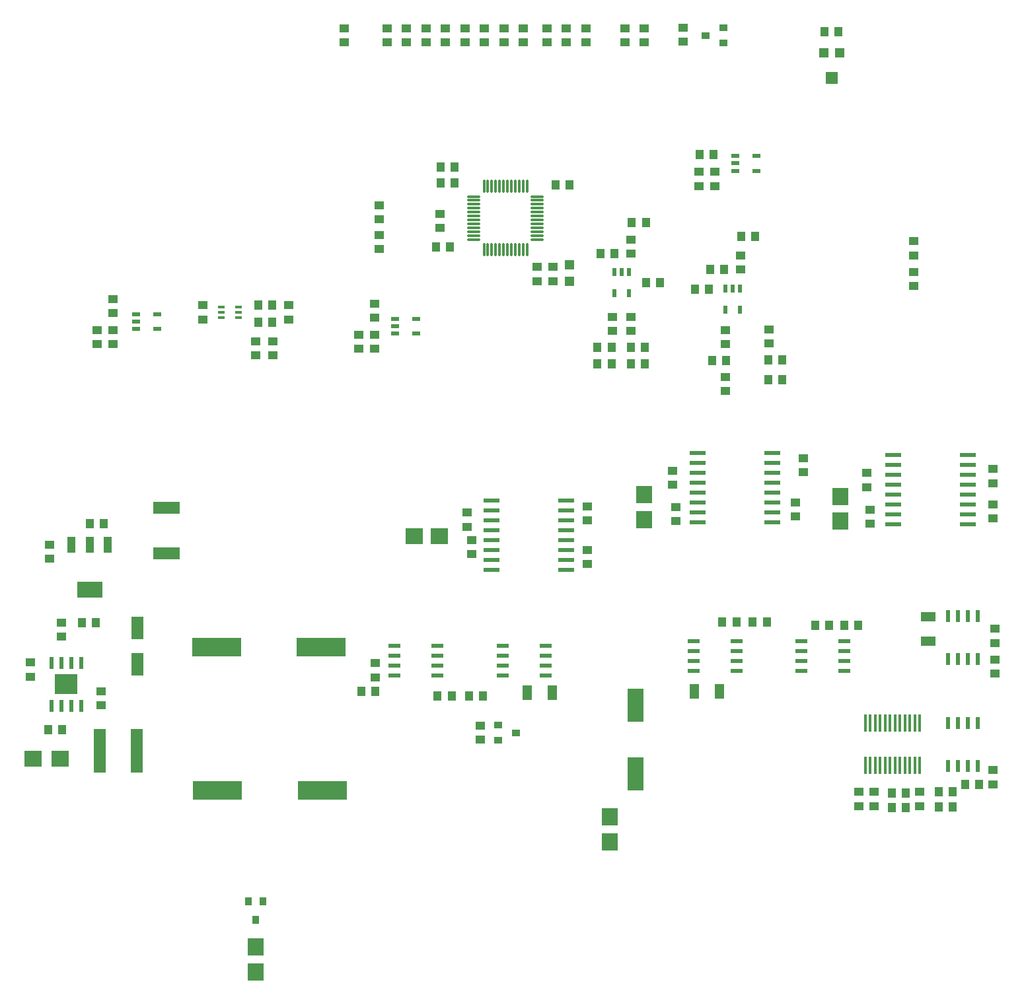
<source format=gtp>
G04 Layer_Color=8421504*
%FSLAX43Y43*%
%MOMM*%
G71*
G01*
G75*
%ADD10R,0.400X2.300*%
%ADD11R,0.600X1.520*%
%ADD12R,3.000X2.650*%
%ADD13R,1.000X0.600*%
%ADD14R,1.300X1.000*%
%ADD16R,1.200X1.200*%
%ADD17R,1.600X1.500*%
%ADD18R,1.000X1.300*%
%ADD19R,0.900X0.400*%
%ADD20R,0.600X1.000*%
%ADD21R,1.520X0.600*%
%ADD22R,2.000X0.600*%
%ADD23R,2.050X4.300*%
%ADD24R,0.900X1.050*%
%ADD25R,2.100X2.300*%
%ADD26R,2.300X2.100*%
%ADD27R,1.200X1.900*%
%ADD28R,1.050X0.900*%
%ADD29R,1.900X1.200*%
%ADD30R,6.300X2.350*%
%ADD31R,1.650X5.700*%
%ADD32O,1.800X0.300*%
%ADD33O,0.300X1.800*%
%ADD34R,1.250X1.250*%
%ADD35R,1.100X2.150*%
%ADD36R,3.250X2.150*%
%ADD38R,3.400X1.600*%
%ADD39R,1.600X2.850*%
D10*
X142888Y104554D02*
D03*
X142253D02*
D03*
X141618D02*
D03*
X140983D02*
D03*
X140348D02*
D03*
X139713D02*
D03*
X139078D02*
D03*
X138443D02*
D03*
X137808D02*
D03*
X137173D02*
D03*
X136538D02*
D03*
X135903D02*
D03*
X142888Y99154D02*
D03*
X142253D02*
D03*
X141618D02*
D03*
X140983D02*
D03*
X140348D02*
D03*
X139713D02*
D03*
X139078D02*
D03*
X138443D02*
D03*
X137808D02*
D03*
X137173D02*
D03*
X136538D02*
D03*
X135903D02*
D03*
D11*
X31595Y106760D02*
D03*
X32865D02*
D03*
X34135D02*
D03*
X35405D02*
D03*
X31595Y112240D02*
D03*
X32865D02*
D03*
X34135D02*
D03*
X35405D02*
D03*
X146495Y112760D02*
D03*
X147765D02*
D03*
X149035D02*
D03*
X150305D02*
D03*
X146495Y118240D02*
D03*
X147765D02*
D03*
X149035D02*
D03*
X150305D02*
D03*
X146495Y99060D02*
D03*
X147765D02*
D03*
X149035D02*
D03*
X150305D02*
D03*
X146495Y104540D02*
D03*
X147765D02*
D03*
X149035D02*
D03*
X150305D02*
D03*
D12*
X33500Y109500D02*
D03*
D13*
X121950Y177250D02*
D03*
Y175350D02*
D03*
X119250Y176300D02*
D03*
Y177250D02*
D03*
Y175350D02*
D03*
X78350Y156350D02*
D03*
Y154450D02*
D03*
X75650Y155400D02*
D03*
Y156350D02*
D03*
Y154450D02*
D03*
X45150Y156950D02*
D03*
Y155050D02*
D03*
X42450Y156000D02*
D03*
Y156950D02*
D03*
Y155050D02*
D03*
D14*
X73000Y156500D02*
D03*
Y158300D02*
D03*
X39500Y157100D02*
D03*
Y158900D02*
D03*
X62000Y156300D02*
D03*
Y158100D02*
D03*
X51000Y156300D02*
D03*
Y158100D02*
D03*
X57800Y151700D02*
D03*
Y153500D02*
D03*
X60000D02*
D03*
Y151700D02*
D03*
X73600Y167100D02*
D03*
Y165300D02*
D03*
Y169100D02*
D03*
Y170900D02*
D03*
X137000Y95700D02*
D03*
Y93900D02*
D03*
X73100Y110400D02*
D03*
Y112200D02*
D03*
X84900Y129700D02*
D03*
Y131500D02*
D03*
X85500Y126200D02*
D03*
Y128000D02*
D03*
X100300Y130500D02*
D03*
Y132300D02*
D03*
Y126700D02*
D03*
Y124900D02*
D03*
X111200Y135100D02*
D03*
Y136900D02*
D03*
X127000Y132800D02*
D03*
Y131000D02*
D03*
X128000Y136700D02*
D03*
Y138500D02*
D03*
X111600Y130400D02*
D03*
Y132200D02*
D03*
X152500Y114800D02*
D03*
Y116600D02*
D03*
Y112700D02*
D03*
Y110900D02*
D03*
X152300Y96700D02*
D03*
Y98500D02*
D03*
X152300Y132600D02*
D03*
Y130800D02*
D03*
X152300Y135300D02*
D03*
Y137100D02*
D03*
X136100Y134800D02*
D03*
Y136600D02*
D03*
X136500Y130100D02*
D03*
Y131900D02*
D03*
X86600Y104200D02*
D03*
Y102400D02*
D03*
X135100Y95700D02*
D03*
Y93900D02*
D03*
X142900Y95700D02*
D03*
Y93900D02*
D03*
X38000Y106800D02*
D03*
Y108600D02*
D03*
X28900Y110500D02*
D03*
Y112300D02*
D03*
X32900Y115600D02*
D03*
Y117400D02*
D03*
X31400Y125600D02*
D03*
Y127400D02*
D03*
X103500Y154800D02*
D03*
Y156600D02*
D03*
X105900Y154800D02*
D03*
Y156600D02*
D03*
Y164700D02*
D03*
Y166500D02*
D03*
X118000Y147100D02*
D03*
Y148900D02*
D03*
X118000Y153100D02*
D03*
Y154900D02*
D03*
X123600Y153200D02*
D03*
Y155000D02*
D03*
X119900Y162700D02*
D03*
Y164500D02*
D03*
X116600Y173400D02*
D03*
Y175200D02*
D03*
X114600D02*
D03*
Y173400D02*
D03*
X73000Y152500D02*
D03*
Y154300D02*
D03*
X71000D02*
D03*
Y152500D02*
D03*
X39500Y153100D02*
D03*
Y154900D02*
D03*
X37500D02*
D03*
Y153100D02*
D03*
X74600Y191800D02*
D03*
Y193600D02*
D03*
X82100Y191800D02*
D03*
Y193600D02*
D03*
X84600Y191800D02*
D03*
Y193600D02*
D03*
X87100Y191800D02*
D03*
Y193600D02*
D03*
X89600Y191800D02*
D03*
Y193600D02*
D03*
X92100Y191800D02*
D03*
Y193600D02*
D03*
X77100Y191800D02*
D03*
Y193600D02*
D03*
X79600Y191800D02*
D03*
Y193600D02*
D03*
X95100Y191800D02*
D03*
Y193600D02*
D03*
X97600Y191800D02*
D03*
Y193600D02*
D03*
X100100Y191800D02*
D03*
Y193600D02*
D03*
X69100Y193600D02*
D03*
Y191800D02*
D03*
X107600Y191800D02*
D03*
Y193600D02*
D03*
X105100Y191800D02*
D03*
Y193600D02*
D03*
X112600Y191900D02*
D03*
Y193700D02*
D03*
X93900Y163000D02*
D03*
Y161200D02*
D03*
X95900Y163000D02*
D03*
Y161200D02*
D03*
X81400Y169800D02*
D03*
Y168000D02*
D03*
X142100Y160600D02*
D03*
Y162400D02*
D03*
Y164500D02*
D03*
Y166300D02*
D03*
D16*
X132600Y190500D02*
D03*
X130600D02*
D03*
D17*
X131600Y187250D02*
D03*
D18*
X83300Y173800D02*
D03*
X81500D02*
D03*
X58100Y158100D02*
D03*
X59900D02*
D03*
Y155900D02*
D03*
X58100D02*
D03*
X116500Y177400D02*
D03*
X114700D02*
D03*
X102000Y164700D02*
D03*
X103800D02*
D03*
X116000Y162700D02*
D03*
X117800D02*
D03*
X85100Y108000D02*
D03*
X86900D02*
D03*
X81100D02*
D03*
X82900D02*
D03*
X73100Y108600D02*
D03*
X71300D02*
D03*
X119400Y117500D02*
D03*
X117600D02*
D03*
X121500D02*
D03*
X123300D02*
D03*
X131300Y117100D02*
D03*
X129500D02*
D03*
X133200D02*
D03*
X135000D02*
D03*
X150500Y96700D02*
D03*
X148700D02*
D03*
X139300Y93700D02*
D03*
X141100D02*
D03*
Y95600D02*
D03*
X139300D02*
D03*
X31200Y103700D02*
D03*
X33000D02*
D03*
X35500Y117400D02*
D03*
X37300D02*
D03*
X38300Y130100D02*
D03*
X36500D02*
D03*
X101600Y150600D02*
D03*
X103400D02*
D03*
X103400Y152700D02*
D03*
X101600D02*
D03*
X107700Y150600D02*
D03*
X105900D02*
D03*
X105900Y152700D02*
D03*
X107700D02*
D03*
X109600Y161000D02*
D03*
X107800D02*
D03*
X106000Y168700D02*
D03*
X107800D02*
D03*
X118100Y151000D02*
D03*
X116300D02*
D03*
X125258Y148539D02*
D03*
X123458D02*
D03*
X123500Y151100D02*
D03*
X125300D02*
D03*
X114100Y160200D02*
D03*
X115900D02*
D03*
X120000Y166900D02*
D03*
X121800D02*
D03*
X96200Y173500D02*
D03*
X98000D02*
D03*
X82700Y165600D02*
D03*
X80900D02*
D03*
X83300Y175800D02*
D03*
X81500D02*
D03*
X145300Y93800D02*
D03*
X147100D02*
D03*
Y95700D02*
D03*
X145300D02*
D03*
X132500Y193200D02*
D03*
X130700D02*
D03*
D19*
X55625Y157850D02*
D03*
Y157200D02*
D03*
Y156550D02*
D03*
X53375D02*
D03*
Y157200D02*
D03*
Y157850D02*
D03*
D20*
X119850Y157550D02*
D03*
X117950D02*
D03*
X118900Y160250D02*
D03*
X119850D02*
D03*
X117950D02*
D03*
X105650Y159650D02*
D03*
X103750D02*
D03*
X104700Y162350D02*
D03*
X105650D02*
D03*
X103750D02*
D03*
D21*
X119440Y111195D02*
D03*
Y112465D02*
D03*
Y113735D02*
D03*
Y115005D02*
D03*
X113960Y111195D02*
D03*
Y112465D02*
D03*
Y113735D02*
D03*
Y115005D02*
D03*
X89460Y114405D02*
D03*
Y113135D02*
D03*
Y111865D02*
D03*
Y110595D02*
D03*
X94940Y114405D02*
D03*
Y113135D02*
D03*
Y111865D02*
D03*
Y110595D02*
D03*
X75560Y114405D02*
D03*
Y113135D02*
D03*
Y111865D02*
D03*
Y110595D02*
D03*
X81040Y114405D02*
D03*
Y113135D02*
D03*
Y111865D02*
D03*
Y110595D02*
D03*
X133240Y111195D02*
D03*
Y112465D02*
D03*
Y113735D02*
D03*
Y115005D02*
D03*
X127760Y111195D02*
D03*
Y112465D02*
D03*
Y113735D02*
D03*
Y115005D02*
D03*
D22*
X149100Y130055D02*
D03*
Y131325D02*
D03*
Y132595D02*
D03*
Y133865D02*
D03*
Y135135D02*
D03*
Y136405D02*
D03*
Y137675D02*
D03*
Y138945D02*
D03*
X139500Y130055D02*
D03*
Y131325D02*
D03*
Y132595D02*
D03*
Y133865D02*
D03*
Y135135D02*
D03*
Y136405D02*
D03*
Y137675D02*
D03*
Y138945D02*
D03*
X97600Y124155D02*
D03*
Y125425D02*
D03*
Y126695D02*
D03*
Y127965D02*
D03*
Y129235D02*
D03*
Y130505D02*
D03*
Y131775D02*
D03*
Y133045D02*
D03*
X88000Y124155D02*
D03*
Y125425D02*
D03*
Y126695D02*
D03*
Y127965D02*
D03*
Y129235D02*
D03*
Y130505D02*
D03*
Y131775D02*
D03*
Y133045D02*
D03*
X124000Y130255D02*
D03*
Y131525D02*
D03*
Y132795D02*
D03*
Y134065D02*
D03*
Y135335D02*
D03*
Y136605D02*
D03*
Y137875D02*
D03*
Y139145D02*
D03*
X114400Y130255D02*
D03*
Y131525D02*
D03*
Y132795D02*
D03*
Y134065D02*
D03*
Y135335D02*
D03*
Y136605D02*
D03*
Y137875D02*
D03*
Y139145D02*
D03*
D23*
X106500Y97975D02*
D03*
Y106825D02*
D03*
D24*
X57800Y79325D02*
D03*
X56850Y81675D02*
D03*
X58750D02*
D03*
D25*
X57800Y72600D02*
D03*
Y75800D02*
D03*
X107600Y133800D02*
D03*
Y130600D02*
D03*
X132700Y133600D02*
D03*
Y130400D02*
D03*
X103200Y92500D02*
D03*
Y89300D02*
D03*
D26*
X78100Y128500D02*
D03*
X81300D02*
D03*
X29300Y100000D02*
D03*
X32700D02*
D03*
D27*
X114000Y108600D02*
D03*
X117200D02*
D03*
X95800Y108400D02*
D03*
X92600D02*
D03*
D28*
X91175Y103300D02*
D03*
X88825Y102350D02*
D03*
Y104250D02*
D03*
X115425Y192700D02*
D03*
X117775Y193650D02*
D03*
Y191750D02*
D03*
D29*
X144000Y118200D02*
D03*
Y115000D02*
D03*
D30*
X66300Y95900D02*
D03*
X52900D02*
D03*
X66200Y114300D02*
D03*
X52800D02*
D03*
D31*
X37850Y101000D02*
D03*
X42550D02*
D03*
D32*
X85750Y172050D02*
D03*
Y171550D02*
D03*
Y171050D02*
D03*
Y170550D02*
D03*
Y170050D02*
D03*
Y169550D02*
D03*
Y169050D02*
D03*
Y168550D02*
D03*
Y168050D02*
D03*
Y167550D02*
D03*
Y167050D02*
D03*
Y166550D02*
D03*
X93850D02*
D03*
Y167050D02*
D03*
Y167550D02*
D03*
Y168050D02*
D03*
Y168550D02*
D03*
Y169050D02*
D03*
Y169550D02*
D03*
Y170050D02*
D03*
Y170550D02*
D03*
Y171050D02*
D03*
Y171550D02*
D03*
Y172050D02*
D03*
D33*
X87050Y165250D02*
D03*
X87550D02*
D03*
X88050D02*
D03*
X88550D02*
D03*
X89050D02*
D03*
X89550D02*
D03*
X90050D02*
D03*
X90550D02*
D03*
X91050D02*
D03*
X91550D02*
D03*
X92050D02*
D03*
X92550D02*
D03*
Y173350D02*
D03*
X92050D02*
D03*
X91550D02*
D03*
X91050D02*
D03*
X90550D02*
D03*
X90050D02*
D03*
X89550D02*
D03*
X89050D02*
D03*
X88550D02*
D03*
X88050D02*
D03*
X87550D02*
D03*
X87050D02*
D03*
D34*
X98000Y161150D02*
D03*
Y163250D02*
D03*
D35*
X38800Y127400D02*
D03*
X36500D02*
D03*
X34200D02*
D03*
D36*
X36500Y121600D02*
D03*
D38*
X46400Y132125D02*
D03*
Y126275D02*
D03*
D39*
X42600Y112100D02*
D03*
Y116700D02*
D03*
M02*

</source>
